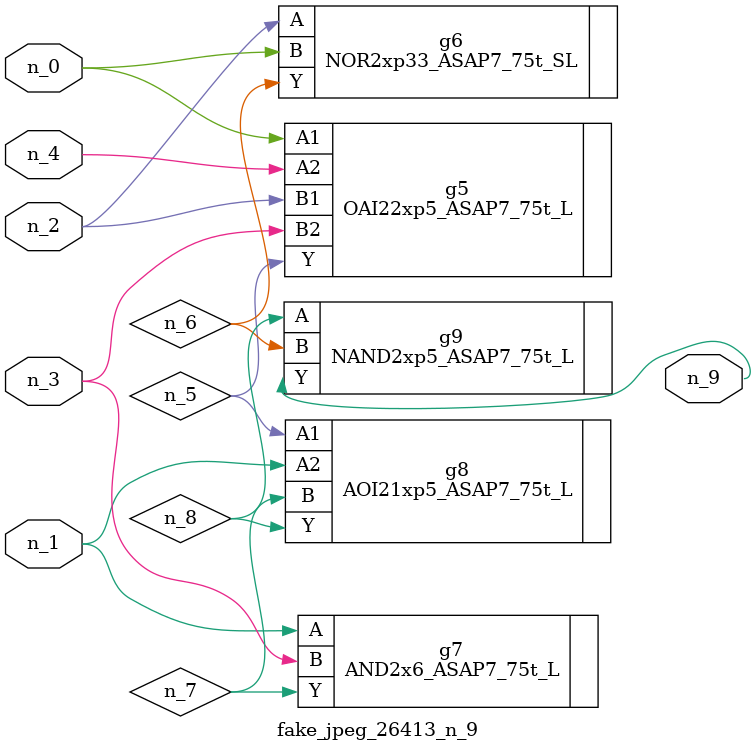
<source format=v>
module fake_jpeg_26413_n_9 (n_3, n_2, n_1, n_0, n_4, n_9);

input n_3;
input n_2;
input n_1;
input n_0;
input n_4;

output n_9;

wire n_8;
wire n_6;
wire n_5;
wire n_7;

OAI22xp5_ASAP7_75t_L g5 ( 
.A1(n_0),
.A2(n_4),
.B1(n_2),
.B2(n_3),
.Y(n_5)
);

NOR2xp33_ASAP7_75t_SL g6 ( 
.A(n_2),
.B(n_0),
.Y(n_6)
);

AND2x6_ASAP7_75t_L g7 ( 
.A(n_1),
.B(n_3),
.Y(n_7)
);

AOI21xp5_ASAP7_75t_L g8 ( 
.A1(n_5),
.A2(n_1),
.B(n_7),
.Y(n_8)
);

NAND2xp5_ASAP7_75t_L g9 ( 
.A(n_8),
.B(n_6),
.Y(n_9)
);


endmodule
</source>
